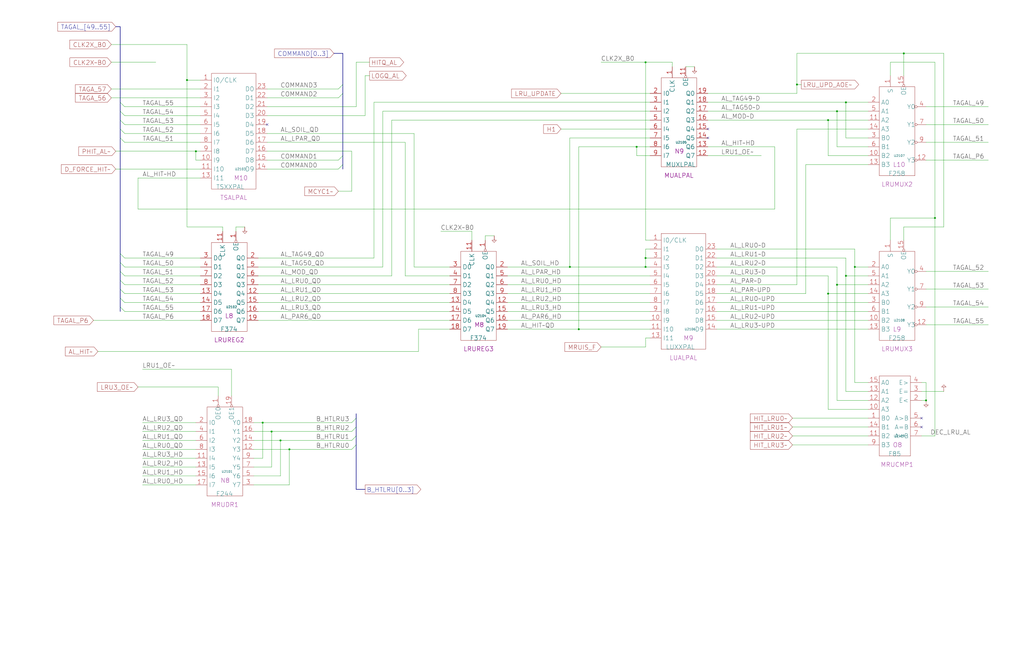
<source format=kicad_sch>
(kicad_sch (version 20230121) (generator eeschema)
  (paper "User" 584.2 378.46)
  (title_block (title "LRU LOGIC\\nPLANE A_LATE") (date "08-MAR-90") (rev "0.0") (comment 1 "MEM32 BOARD") (comment 2 "232-003066") (comment 3 "S400") (comment 4 "RELEASED"))
  (lib_symbols
    (symbol "r1000:F244" (pin_names (offset 1.016))
      (property "Reference" "U" (at 2.54 5.08 0))
      (property "Value" "F244" (at -3.81 -7.62 0))
      (property "Location" "___" (at -1.27 0 0))
      (property "Name" "______" (at 1.27 -15.24 0))
      (symbol "F244_1_1"
        (rectangle (start -8.89 41.91) (end 11.43 -8.89))
        (circle (center -2.54 42.545) (radius 0.635))
        (circle (center 5.08 42.545) (radius 0.635))
        (pin input line (at -2.54 48.26 270) (length 5.08) (name "OE0") (number "1"))
        (pin input line (at -15.24 12.7 0) (length 6.35) (name "I4") (number "11"))
        (pin tri_state line (at 17.78 17.78 180) (length 6.35) (name "Y3") (number "12"))
        (pin input line (at -15.24 7.62 0) (length 6.35) (name "I5") (number "13"))
        (pin tri_state line (at 17.78 22.86 180) (length 6.35) (name "Y2") (number "14"))
        (pin input line (at -15.24 2.54 0) (length 6.35) (name "I6") (number "15"))
        (pin tri_state line (at 17.78 27.94 180) (length 6.35) (name "Y1") (number "16"))
        (pin input line (at -15.24 -2.54 0) (length 6.35) (name "I7") (number "17"))
        (pin tri_state line (at 17.78 33.02 180) (length 6.35) (name "Y0") (number "18"))
        (pin input line (at 5.08 48.26 270) (length 5.08) (name "OE1") (number "19"))
        (pin input line (at -15.24 33.02 0) (length 6.35) (name "I0") (number "2"))
        (pin tri_state line (at 17.78 -2.54 180) (length 6.35) (name "Y7") (number "3"))
        (pin input line (at -15.24 27.94 0) (length 6.35) (name "I1") (number "4"))
        (pin tri_state line (at 17.78 2.54 180) (length 6.35) (name "Y6") (number "5"))
        (pin input line (at -15.24 22.86 0) (length 6.35) (name "I2") (number "6"))
        (pin tri_state line (at 17.78 7.62 180) (length 6.35) (name "Y5") (number "7"))
        (pin input line (at -15.24 17.78 0) (length 6.35) (name "I3") (number "8"))
        (pin tri_state line (at 17.78 12.7 180) (length 6.35) (name "Y4") (number "9"))
      )
    )
    (symbol "r1000:F258" (pin_names (offset 1.016))
      (property "Reference" "U" (at 2.54 5.08 0))
      (property "Value" "F258" (at -3.81 -5.08 0))
      (property "Location" "___" (at -1.27 0 0))
      (property "Name" "______" (at 1.27 -12.7 0))
      (symbol "F258_1_1"
        (rectangle (start -8.89 44.45) (end 11.43 -6.35))
        (circle (center 5.08 45.085) (radius 0.635))
        (circle (center 12.065 2.54) (radius 0.635))
        (circle (center 12.065 12.7) (radius 0.635))
        (circle (center 12.065 22.86) (radius 0.635))
        (circle (center 12.065 33.02) (radius 0.635))
        (pin input line (at -2.54 50.8 270) (length 6.35) (name "S") (number "1"))
        (pin input line (at -15.24 5.08 0) (length 6.35) (name "B2") (number "10"))
        (pin input line (at -15.24 25.4 0) (length 6.35) (name "A2") (number "11"))
        (pin tri_state line (at 17.78 2.54 180) (length 5.08) (name "Y3") (number "12"))
        (pin input line (at -15.24 0 0) (length 6.35) (name "B3") (number "13"))
        (pin input line (at -15.24 20.32 0) (length 6.35) (name "A3") (number "14"))
        (pin input line (at 5.08 50.8 270) (length 5.08) (name "OE") (number "15"))
        (pin input line (at -15.24 35.56 0) (length 6.35) (name "A0") (number "2"))
        (pin input line (at -15.24 15.24 0) (length 6.35) (name "B0") (number "3"))
        (pin tri_state line (at 17.78 33.02 180) (length 5.08) (name "Y0") (number "4"))
        (pin input line (at -15.24 30.48 0) (length 6.35) (name "A1") (number "5"))
        (pin input line (at -15.24 10.16 0) (length 6.35) (name "B1") (number "6"))
        (pin tri_state line (at 17.78 22.86 180) (length 5.08) (name "Y1") (number "7"))
        (pin tri_state line (at 17.78 12.7 180) (length 5.08) (name "Y2") (number "9"))
      )
    )
    (symbol "r1000:F374" (pin_names (offset 1.016))
      (property "Reference" "U" (at 2.54 5.08 0))
      (property "Value" "F374" (at -3.81 -7.62 0))
      (property "Location" "___" (at -1.27 0 0))
      (property "Name" "______" (at 1.27 -15.24 0))
      (symbol "F374_1_1"
        (rectangle (start -8.89 41.91) (end 11.43 -8.89))
        (circle (center 5.08 42.545) (radius 0.635))
        (pin input line (at 5.08 48.26 270) (length 5.08) (name "OE") (number "1"))
        (pin input line (at -2.54 48.26 270) (length 6.35) (name "CLK") (number "11"))
        (pin tri_state line (at 17.78 12.7 180) (length 6.35) (name "Q4") (number "12"))
        (pin input line (at -15.24 12.7 0) (length 6.35) (name "D4") (number "13"))
        (pin input line (at -15.24 7.62 0) (length 6.35) (name "D5") (number "14"))
        (pin tri_state line (at 17.78 7.62 180) (length 6.35) (name "Q5") (number "15"))
        (pin tri_state line (at 17.78 2.54 180) (length 6.35) (name "Q6") (number "16"))
        (pin input line (at -15.24 2.54 0) (length 6.35) (name "D6") (number "17"))
        (pin input line (at -15.24 -2.54 0) (length 6.35) (name "D7") (number "18"))
        (pin tri_state line (at 17.78 -2.54 180) (length 6.35) (name "Q7") (number "19"))
        (pin tri_state line (at 17.78 33.02 180) (length 6.35) (name "Q0") (number "2"))
        (pin input line (at -15.24 33.02 0) (length 6.35) (name "D0") (number "3"))
        (pin input line (at -15.24 27.94 0) (length 6.35) (name "D1") (number "4"))
        (pin tri_state line (at 17.78 27.94 180) (length 6.35) (name "Q1") (number "5"))
        (pin tri_state line (at 17.78 22.86 180) (length 6.35) (name "Q2") (number "6"))
        (pin input line (at -15.24 22.86 0) (length 6.35) (name "D2") (number "7"))
        (pin input line (at -15.24 17.78 0) (length 6.35) (name "D3") (number "8"))
        (pin tri_state line (at 17.78 17.78 180) (length 6.35) (name "Q3") (number "9"))
      )
    )
    (symbol "r1000:F85" (pin_names (offset 1.016))
      (property "Reference" "U" (at 2.54 5.08 0))
      (property "Value" "F85" (at -3.81 -5.08 0))
      (property "Location" "___" (at -1.27 0 0))
      (property "Name" "______" (at 1.27 -12.7 0))
      (symbol "F85_1_1"
        (rectangle (start -8.89 39.37) (end 8.89 -6.35))
        (pin input line (at -15.24 15.24 0) (length 6.35) (name "B0") (number "1"))
        (pin input line (at -15.24 20.32 0) (length 6.35) (name "A3") (number "10"))
        (pin input line (at -15.24 5.08 0) (length 6.35) (name "B2") (number "11"))
        (pin input line (at -15.24 25.4 0) (length 6.35) (name "A2") (number "12"))
        (pin input line (at -15.24 30.48 0) (length 6.35) (name "A1") (number "13"))
        (pin input line (at -15.24 10.16 0) (length 6.35) (name "B1") (number "14"))
        (pin input line (at -15.24 35.56 0) (length 6.35) (name "A0") (number "15"))
        (pin input line (at 15.24 25.4 180) (length 6.35) (name "E<") (number "2"))
        (pin input line (at 15.24 30.48 180) (length 6.35) (name "E=") (number "3"))
        (pin input line (at 15.24 35.56 180) (length 6.35) (name "E>") (number "4"))
        (pin output line (at 15.24 15.24 180) (length 6.35) (name "A>B") (number "5"))
        (pin output line (at 15.24 10.16 180) (length 6.35) (name "A=B") (number "6"))
        (pin output line (at 15.24 5.08 180) (length 6.35) (name "A<B") (number "7"))
        (pin input line (at -15.24 0 0) (length 6.35) (name "B3") (number "9"))
      )
    )
    (symbol "r1000:LUXXPAL" (pin_names (offset 1.016))
      (property "Reference" "U" (at 2.54 5.08 0))
      (property "Value" "LUXXPAL" (at -11.43 -5.08 0))
      (property "Location" "___" (at -1.27 0 0))
      (property "Name" "______" (at -1.27 -12.7 0))
      (symbol "LUXXPAL_1_1"
        (rectangle (start -13.97 59.69) (end 11.43 -6.35))
        (pin input line (at -20.32 55.88 0) (length 6.35) (name "I0/CLK") (number "1"))
        (pin input line (at -20.32 10.16 0) (length 6.35) (name "I9") (number "10"))
        (pin input line (at -20.32 5.08 0) (length 6.35) (name "I10") (number "11"))
        (pin input line (at -20.32 0 0) (length 6.35) (name "I11") (number "13"))
        (pin output line (at 17.78 5.08 180) (length 6.35) (name "D9") (number "14"))
        (pin output line (at 17.78 10.16 180) (length 6.35) (name "D8") (number "15"))
        (pin output line (at 17.78 15.24 180) (length 6.35) (name "D7") (number "16"))
        (pin output line (at 17.78 20.32 180) (length 6.35) (name "D6") (number "17"))
        (pin output line (at 17.78 25.4 180) (length 6.35) (name "D5") (number "18"))
        (pin output line (at 17.78 30.48 180) (length 6.35) (name "D4") (number "19"))
        (pin input line (at -20.32 50.8 0) (length 6.35) (name "I1") (number "2"))
        (pin output line (at 17.78 35.56 180) (length 6.35) (name "D3") (number "20"))
        (pin output line (at 17.78 40.64 180) (length 6.35) (name "D2") (number "21"))
        (pin output line (at 17.78 45.72 180) (length 6.35) (name "D1") (number "22"))
        (pin output line (at 17.78 50.8 180) (length 6.35) (name "D0") (number "23"))
        (pin input line (at -20.32 45.72 0) (length 6.35) (name "I2") (number "3"))
        (pin input line (at -20.32 40.64 0) (length 6.35) (name "I3") (number "4"))
        (pin input line (at -20.32 35.56 0) (length 6.35) (name "I4") (number "5"))
        (pin input line (at -20.32 30.48 0) (length 6.35) (name "I5") (number "6"))
        (pin input line (at -20.32 25.4 0) (length 6.35) (name "I6") (number "7"))
        (pin input line (at -20.32 20.32 0) (length 6.35) (name "I7") (number "8"))
        (pin input line (at -20.32 15.24 0) (length 6.35) (name "I8") (number "9"))
      )
    )
    (symbol "r1000:MUXLPAL" (pin_names (offset 1.016))
      (property "Reference" "U" (at 2.54 5.08 0))
      (property "Value" "MUXLPAL" (at -6.35 -7.62 0))
      (property "Location" "___" (at -1.27 0 0))
      (property "Name" "______" (at 1.27 -15.24 0))
      (symbol "MUXLPAL_1_1"
        (rectangle (start -8.89 41.91) (end 11.43 -8.89))
        (circle (center 5.08 42.545) (radius 0.635))
        (pin input line (at -2.54 48.26 270) (length 6.35) (name "CLK") (number "1"))
        (pin input line (at 5.08 48.26 270) (length 5.08) (name "OE") (number "11"))
        (pin output line (at 17.78 -2.54 180) (length 6.35) (name "Q7") (number "12"))
        (pin output line (at 17.78 2.54 180) (length 6.35) (name "Q6") (number "13"))
        (pin output line (at 17.78 7.62 180) (length 6.35) (name "Q5") (number "14"))
        (pin output line (at 17.78 12.7 180) (length 6.35) (name "Q4") (number "15"))
        (pin output line (at 17.78 17.78 180) (length 6.35) (name "Q3") (number "16"))
        (pin output line (at 17.78 22.86 180) (length 6.35) (name "Q2") (number "17"))
        (pin output line (at 17.78 27.94 180) (length 6.35) (name "Q1") (number "18"))
        (pin output line (at 17.78 33.02 180) (length 6.35) (name "Q0") (number "19"))
        (pin input line (at -15.24 33.02 0) (length 6.35) (name "I0") (number "2"))
        (pin input line (at -15.24 27.94 0) (length 6.35) (name "I1") (number "3"))
        (pin input line (at -15.24 22.86 0) (length 6.35) (name "I2") (number "4"))
        (pin input line (at -15.24 17.78 0) (length 6.35) (name "I3") (number "5"))
        (pin input line (at -15.24 12.7 0) (length 6.35) (name "I4") (number "6"))
        (pin input line (at -15.24 7.62 0) (length 6.35) (name "I5") (number "7"))
        (pin input line (at -15.24 2.54 0) (length 6.35) (name "I6") (number "8"))
        (pin input line (at -15.24 -2.54 0) (length 6.35) (name "I7") (number "9"))
      )
    )
    (symbol "r1000:PD" (power) (pin_numbers hide) (pin_names hide) (in_bom no)
      (symbol "PD_0_1"
        (polyline (pts (xy 0 -2.54) (xy 1.27 -2.54) (xy 0 -3.81) (xy -1.27 -2.54) (xy 0 -2.54)) (stroke (width 0.1524)))
      )
      (symbol "PD_1_1"
        (pin power_in line (at 0 0 270) (length 2.54) (name "PD") (number "1"))
      )
    )
    (symbol "r1000:PU" (power) (pin_numbers hide) (pin_names hide)
      (symbol "PU_0_1"
        (polyline (pts (xy 0 2.54) (xy -1.27 2.54) (xy 0 3.81) (xy 1.27 2.54) (xy 0 2.54)) (stroke (width 0.1524)))
      )
      (symbol "PU_1_1"
        (pin power_in line (at 0 0 90) (length 2.54) (name "PU") (number "1"))
      )
    )
    (symbol "r1000:TSXXPAL" (pin_names (offset 1.016))
      (property "Reference" "U" (at 2.54 5.08 0))
      (property "Value" "TSXXPAL" (at -11.43 -5.08 0))
      (property "Location" "___" (at -1.27 0 0))
      (property "Name" "______" (at -1.27 -12.7 0))
      (symbol "TSXXPAL_1_1"
        (rectangle (start -13.97 59.69) (end 11.43 -6.35))
        (pin input line (at -20.32 55.88 0) (length 6.35) (name "I0/CLK") (number "1"))
        (pin input line (at -20.32 10.16 0) (length 6.35) (name "I9") (number "10"))
        (pin input line (at -20.32 5.08 0) (length 6.35) (name "I10") (number "11"))
        (pin input line (at -20.32 0 0) (length 6.35) (name "I11") (number "13"))
        (pin input line (at 17.78 5.08 180) (length 6.35) (name "D9") (number "14"))
        (pin input line (at 17.78 10.16 180) (length 6.35) (name "D8") (number "15"))
        (pin input line (at 17.78 15.24 180) (length 6.35) (name "D7") (number "16"))
        (pin output line (at 17.78 20.32 180) (length 6.35) (name "D6") (number "17"))
        (pin output line (at 17.78 25.4 180) (length 6.35) (name "D5") (number "18"))
        (pin output line (at 17.78 30.48 180) (length 6.35) (name "D4") (number "19"))
        (pin input line (at -20.32 50.8 0) (length 6.35) (name "I1") (number "2"))
        (pin output line (at 17.78 35.56 180) (length 6.35) (name "D3") (number "20"))
        (pin output line (at 17.78 40.64 180) (length 6.35) (name "D2") (number "21"))
        (pin input line (at 17.78 45.72 180) (length 6.35) (name "D1") (number "22"))
        (pin input line (at 17.78 50.8 180) (length 6.35) (name "D0") (number "23"))
        (pin input line (at -20.32 45.72 0) (length 6.35) (name "I2") (number "3"))
        (pin input line (at -20.32 40.64 0) (length 6.35) (name "I3") (number "4"))
        (pin input line (at -20.32 35.56 0) (length 6.35) (name "I4") (number "5"))
        (pin input line (at -20.32 30.48 0) (length 6.35) (name "I5") (number "6"))
        (pin input line (at -20.32 25.4 0) (length 6.35) (name "I6") (number "7"))
        (pin input line (at -20.32 20.32 0) (length 6.35) (name "I7") (number "8"))
        (pin input line (at -20.32 15.24 0) (length 6.35) (name "I8") (number "9"))
      )
    )
  )
  (junction (at 154.94 246.38))
  (junction (at 477.52 162.56))
  (junction (at 515.62 30.48))
  (junction (at 368.3 35.56))
  (junction (at 111.76 86.36))
  (junction (at 454.66 48.26))
  (junction (at 487.68 152.4))
  (junction (at 482.6 58.42))
  (junction (at 368.3 147.32))
  (junction (at 330.2 187.96))
  (junction (at 533.4 124.46))
  (junction (at 106.68 45.72))
  (junction (at 472.44 68.58))
  (junction (at 325.12 152.4))
  (junction (at 149.86 241.3))
  (junction (at 160.02 251.46))
  (junction (at 368.3 152.4))
  (junction (at 482.6 157.48))
  (junction (at 528.32 228.6))
  (junction (at 477.52 63.5))
  (junction (at 363.22 83.82))
  (junction (at 165.1 256.54))
  (junction (at 472.44 167.64))
  (no_connect (at 403.86 78.74))
  (no_connect (at 525.78 243.84))
  (no_connect (at 152.4 71.12))
  (no_connect (at 403.86 73.66))
  (no_connect (at 525.78 238.76))
  (bus_entry (at 68.58 78.74) (size 2.54 2.54))
  (bus_entry (at 68.58 63.5) (size 2.54 2.54))
  (bus_entry (at 203.2 243.84) (size -2.54 2.54))
  (bus_entry (at 68.58 68.58) (size 2.54 2.54))
  (bus_entry (at 203.2 238.76) (size -2.54 2.54))
  (bus_entry (at 195.58 88.9) (size -2.54 2.54))
  (bus_entry (at 195.58 93.98) (size -2.54 2.54))
  (bus_entry (at 68.58 165.1) (size 2.54 2.54))
  (bus_entry (at 68.58 73.66) (size 2.54 2.54))
  (bus_entry (at 68.58 144.78) (size 2.54 2.54))
  (bus_entry (at 195.58 48.26) (size -2.54 2.54))
  (bus_entry (at 203.2 248.92) (size -2.54 2.54))
  (bus_entry (at 203.2 254) (size -2.54 2.54))
  (bus_entry (at 68.58 160.02) (size 2.54 2.54))
  (bus_entry (at 68.58 154.94) (size 2.54 2.54))
  (bus_entry (at 68.58 149.86) (size 2.54 2.54))
  (bus_entry (at 68.58 58.42) (size 2.54 2.54))
  (bus_entry (at 195.58 53.34) (size -2.54 2.54))
  (bus_entry (at 68.58 170.18) (size 2.54 2.54))
  (bus_entry (at 68.58 175.26) (size 2.54 2.54))
  (wire (pts (xy 368.3 147.32) (xy 370.84 147.32)))
  (wire (pts (xy 71.12 60.96) (xy 114.3 60.96)))
  (wire (pts (xy 193.04 109.22) (xy 200.66 109.22)))
  (bus (pts (xy 68.58 170.18) (xy 68.58 175.26)))
  (wire (pts (xy 528.32 91.44) (xy 563.88 91.44)))
  (bus (pts (xy 203.2 248.92) (xy 203.2 254)))
  (wire (pts (xy 147.32 182.88) (xy 256.54 182.88)))
  (wire (pts (xy 165.1 256.54) (xy 165.1 276.86)))
  (bus (pts (xy 195.58 53.34) (xy 195.58 88.9)))
  (wire (pts (xy 472.44 88.9) (xy 472.44 68.58)))
  (wire (pts (xy 495.3 228.6) (xy 477.52 228.6)))
  (wire (pts (xy 81.28 256.54) (xy 111.76 256.54)))
  (wire (pts (xy 218.44 152.4) (xy 218.44 63.5)))
  (wire (pts (xy 495.3 73.66) (xy 454.66 73.66)))
  (wire (pts (xy 408.94 147.32) (xy 482.6 147.32)))
  (wire (pts (xy 368.3 137.16) (xy 368.3 35.56)))
  (wire (pts (xy 441.96 83.82) (xy 441.96 119.38)))
  (wire (pts (xy 71.12 162.56) (xy 114.3 162.56)))
  (wire (pts (xy 495.3 83.82) (xy 477.52 83.82)))
  (wire (pts (xy 213.36 147.32) (xy 147.32 147.32)))
  (wire (pts (xy 525.78 218.44) (xy 528.32 218.44)))
  (bus (pts (xy 68.58 175.26) (xy 68.58 177.8)))
  (bus (pts (xy 203.2 238.76) (xy 203.2 243.84)))
  (wire (pts (xy 508 124.46) (xy 533.4 124.46)))
  (bus (pts (xy 203.2 254) (xy 203.2 279.4)))
  (wire (pts (xy 289.56 177.8) (xy 370.84 177.8)))
  (wire (pts (xy 482.6 157.48) (xy 495.3 157.48)))
  (wire (pts (xy 144.78 256.54) (xy 165.1 256.54)))
  (wire (pts (xy 63.5 35.56) (xy 88.9 35.56)))
  (wire (pts (xy 149.86 261.62) (xy 149.86 241.3)))
  (wire (pts (xy 363.22 83.82) (xy 370.84 83.82)))
  (wire (pts (xy 403.86 83.82) (xy 441.96 83.82)))
  (wire (pts (xy 213.36 58.42) (xy 213.36 147.32)))
  (wire (pts (xy 231.14 157.48) (xy 231.14 81.28)))
  (wire (pts (xy 459.74 167.64) (xy 459.74 93.98)))
  (wire (pts (xy 370.84 88.9) (xy 363.22 88.9)))
  (bus (pts (xy 68.58 73.66) (xy 68.58 78.74)))
  (wire (pts (xy 71.12 157.48) (xy 114.3 157.48)))
  (wire (pts (xy 525.78 228.6) (xy 528.32 228.6)))
  (wire (pts (xy 533.4 124.46) (xy 533.4 35.56)))
  (wire (pts (xy 408.94 177.8) (xy 495.3 177.8)))
  (wire (pts (xy 454.66 48.26) (xy 457.2 48.26)))
  (wire (pts (xy 477.52 152.4) (xy 408.94 152.4)))
  (wire (pts (xy 71.12 167.64) (xy 114.3 167.64)))
  (wire (pts (xy 459.74 93.98) (xy 495.3 93.98)))
  (wire (pts (xy 71.12 172.72) (xy 114.3 172.72)))
  (wire (pts (xy 66.04 86.36) (xy 111.76 86.36)))
  (wire (pts (xy 63.5 25.4) (xy 106.68 25.4)))
  (wire (pts (xy 515.62 30.48) (xy 538.48 30.48)))
  (wire (pts (xy 320.04 73.66) (xy 370.84 73.66)))
  (wire (pts (xy 525.78 248.92) (xy 533.4 248.92)))
  (bus (pts (xy 68.58 15.24) (xy 68.58 58.42)))
  (wire (pts (xy 231.14 81.28) (xy 152.4 81.28)))
  (wire (pts (xy 330.2 187.96) (xy 370.84 187.96)))
  (wire (pts (xy 147.32 152.4) (xy 218.44 152.4)))
  (bus (pts (xy 195.58 88.9) (xy 195.58 93.98)))
  (bus (pts (xy 190.5 30.48) (xy 195.58 30.48)))
  (bus (pts (xy 68.58 149.86) (xy 68.58 154.94)))
  (wire (pts (xy 477.52 228.6) (xy 477.52 162.56)))
  (wire (pts (xy 528.32 185.42) (xy 563.88 185.42)))
  (wire (pts (xy 452.12 238.76) (xy 495.3 238.76)))
  (wire (pts (xy 152.4 55.88) (xy 193.04 55.88)))
  (wire (pts (xy 487.68 142.24) (xy 408.94 142.24)))
  (wire (pts (xy 325.12 78.74) (xy 370.84 78.74)))
  (wire (pts (xy 320.04 53.34) (xy 370.84 53.34)))
  (wire (pts (xy 289.56 162.56) (xy 370.84 162.56)))
  (wire (pts (xy 528.32 71.12) (xy 563.88 71.12)))
  (wire (pts (xy 78.74 119.38) (xy 441.96 119.38)))
  (wire (pts (xy 363.22 88.9) (xy 363.22 83.82)))
  (wire (pts (xy 165.1 256.54) (xy 200.66 256.54)))
  (wire (pts (xy 203.2 35.56) (xy 210.82 35.56)))
  (wire (pts (xy 269.24 132.08) (xy 269.24 137.16)))
  (wire (pts (xy 66.04 96.52) (xy 114.3 96.52)))
  (wire (pts (xy 78.74 101.6) (xy 78.74 119.38)))
  (wire (pts (xy 236.22 152.4) (xy 256.54 152.4)))
  (wire (pts (xy 152.4 50.8) (xy 193.04 50.8)))
  (wire (pts (xy 289.56 172.72) (xy 370.84 172.72)))
  (wire (pts (xy 482.6 78.74) (xy 482.6 58.42)))
  (bus (pts (xy 195.58 48.26) (xy 195.58 53.34)))
  (wire (pts (xy 238.76 187.96) (xy 256.54 187.96)))
  (wire (pts (xy 368.3 198.12) (xy 368.3 193.04)))
  (wire (pts (xy 106.68 45.72) (xy 114.3 45.72)))
  (wire (pts (xy 342.9 35.56) (xy 368.3 35.56)))
  (wire (pts (xy 289.56 187.96) (xy 330.2 187.96)))
  (wire (pts (xy 238.76 200.66) (xy 238.76 187.96)))
  (wire (pts (xy 454.66 30.48) (xy 515.62 30.48)))
  (wire (pts (xy 528.32 165.1) (xy 563.88 165.1)))
  (wire (pts (xy 147.32 162.56) (xy 256.54 162.56)))
  (wire (pts (xy 538.48 30.48) (xy 538.48 129.54)))
  (wire (pts (xy 200.66 86.36) (xy 152.4 86.36)))
  (wire (pts (xy 472.44 167.64) (xy 472.44 233.68)))
  (wire (pts (xy 152.4 76.2) (xy 236.22 76.2)))
  (wire (pts (xy 391.16 38.1) (xy 396.24 38.1)))
  (wire (pts (xy 208.28 66.04) (xy 208.28 43.18)))
  (wire (pts (xy 528.32 175.26) (xy 563.88 175.26)))
  (wire (pts (xy 408.94 157.48) (xy 472.44 157.48)))
  (wire (pts (xy 144.78 261.62) (xy 149.86 261.62)))
  (wire (pts (xy 81.28 241.3) (xy 111.76 241.3)))
  (wire (pts (xy 403.86 68.58) (xy 472.44 68.58)))
  (wire (pts (xy 111.76 86.36) (xy 114.3 86.36)))
  (wire (pts (xy 370.84 68.58) (xy 223.52 68.58)))
  (wire (pts (xy 487.68 152.4) (xy 495.3 152.4)))
  (wire (pts (xy 71.12 81.28) (xy 114.3 81.28)))
  (wire (pts (xy 106.68 129.54) (xy 127 129.54)))
  (wire (pts (xy 368.3 152.4) (xy 370.84 152.4)))
  (wire (pts (xy 482.6 58.42) (xy 495.3 58.42)))
  (wire (pts (xy 152.4 60.96) (xy 203.2 60.96)))
  (wire (pts (xy 124.46 220.98) (xy 124.46 226.06)))
  (wire (pts (xy 111.76 91.44) (xy 111.76 86.36)))
  (wire (pts (xy 203.2 60.96) (xy 203.2 35.56)))
  (wire (pts (xy 144.78 251.46) (xy 160.02 251.46)))
  (wire (pts (xy 495.3 88.9) (xy 472.44 88.9)))
  (wire (pts (xy 482.6 147.32) (xy 482.6 157.48)))
  (bus (pts (xy 68.58 78.74) (xy 68.58 144.78)))
  (wire (pts (xy 515.62 129.54) (xy 515.62 137.16)))
  (wire (pts (xy 370.84 142.24) (xy 368.3 142.24)))
  (wire (pts (xy 533.4 124.46) (xy 533.4 248.92)))
  (wire (pts (xy 477.52 162.56) (xy 477.52 152.4)))
  (wire (pts (xy 538.48 129.54) (xy 515.62 129.54)))
  (wire (pts (xy 281.94 134.62) (xy 276.86 134.62)))
  (wire (pts (xy 528.32 81.28) (xy 563.88 81.28)))
  (wire (pts (xy 63.5 50.8) (xy 114.3 50.8)))
  (wire (pts (xy 289.56 167.64) (xy 370.84 167.64)))
  (wire (pts (xy 127 129.54) (xy 127 132.08)))
  (wire (pts (xy 152.4 96.52) (xy 193.04 96.52)))
  (wire (pts (xy 106.68 45.72) (xy 106.68 129.54)))
  (wire (pts (xy 472.44 157.48) (xy 472.44 167.64)))
  (wire (pts (xy 370.84 58.42) (xy 213.36 58.42)))
  (wire (pts (xy 144.78 241.3) (xy 149.86 241.3)))
  (wire (pts (xy 452.12 243.84) (xy 495.3 243.84)))
  (wire (pts (xy 454.66 53.34) (xy 454.66 48.26)))
  (wire (pts (xy 223.52 68.58) (xy 223.52 157.48)))
  (wire (pts (xy 71.12 66.04) (xy 114.3 66.04)))
  (wire (pts (xy 144.78 246.38) (xy 154.94 246.38)))
  (wire (pts (xy 525.78 223.52) (xy 538.48 223.52)))
  (wire (pts (xy 370.84 137.16) (xy 368.3 137.16)))
  (wire (pts (xy 528.32 218.44) (xy 528.32 228.6)))
  (wire (pts (xy 508 35.56) (xy 508 43.18)))
  (wire (pts (xy 81.28 261.62) (xy 111.76 261.62)))
  (wire (pts (xy 251.46 132.08) (xy 269.24 132.08)))
  (wire (pts (xy 495.3 218.44) (xy 487.68 218.44)))
  (wire (pts (xy 454.66 73.66) (xy 454.66 162.56)))
  (wire (pts (xy 81.28 266.7) (xy 111.76 266.7)))
  (wire (pts (xy 63.5 55.88) (xy 114.3 55.88)))
  (bus (pts (xy 68.58 160.02) (xy 68.58 165.1)))
  (wire (pts (xy 200.66 109.22) (xy 200.66 86.36)))
  (bus (pts (xy 68.58 154.94) (xy 68.58 160.02)))
  (wire (pts (xy 81.28 276.86) (xy 111.76 276.86)))
  (wire (pts (xy 114.3 91.44) (xy 111.76 91.44)))
  (wire (pts (xy 160.02 271.78) (xy 160.02 251.46)))
  (wire (pts (xy 154.94 246.38) (xy 154.94 266.7)))
  (wire (pts (xy 482.6 223.52) (xy 495.3 223.52)))
  (bus (pts (xy 203.2 279.4) (xy 208.28 279.4)))
  (wire (pts (xy 403.86 58.42) (xy 482.6 58.42)))
  (wire (pts (xy 454.66 162.56) (xy 408.94 162.56)))
  (wire (pts (xy 342.9 198.12) (xy 368.3 198.12)))
  (wire (pts (xy 276.86 134.62) (xy 276.86 137.16)))
  (wire (pts (xy 132.08 210.82) (xy 132.08 226.06)))
  (wire (pts (xy 472.44 167.64) (xy 495.3 167.64)))
  (wire (pts (xy 81.28 246.38) (xy 111.76 246.38)))
  (wire (pts (xy 152.4 91.44) (xy 193.04 91.44)))
  (wire (pts (xy 528.32 60.96) (xy 563.88 60.96)))
  (wire (pts (xy 477.52 63.5) (xy 495.3 63.5)))
  (wire (pts (xy 408.94 187.96) (xy 495.3 187.96)))
  (wire (pts (xy 147.32 167.64) (xy 256.54 167.64)))
  (wire (pts (xy 55.88 200.66) (xy 238.76 200.66)))
  (wire (pts (xy 149.86 241.3) (xy 200.66 241.3)))
  (wire (pts (xy 452.12 248.92) (xy 495.3 248.92)))
  (bus (pts (xy 68.58 144.78) (xy 68.58 149.86)))
  (bus (pts (xy 68.58 58.42) (xy 68.58 63.5)))
  (wire (pts (xy 528.32 154.94) (xy 563.88 154.94)))
  (bus (pts (xy 203.2 236.22) (xy 203.2 238.76)))
  (wire (pts (xy 71.12 147.32) (xy 114.3 147.32)))
  (wire (pts (xy 81.28 271.78) (xy 111.76 271.78)))
  (wire (pts (xy 452.12 254) (xy 495.3 254)))
  (wire (pts (xy 408.94 182.88) (xy 495.3 182.88)))
  (wire (pts (xy 477.52 162.56) (xy 495.3 162.56)))
  (wire (pts (xy 223.52 157.48) (xy 147.32 157.48)))
  (wire (pts (xy 289.56 182.88) (xy 370.84 182.88)))
  (wire (pts (xy 330.2 83.82) (xy 363.22 83.82)))
  (wire (pts (xy 147.32 177.8) (xy 256.54 177.8)))
  (wire (pts (xy 81.28 210.82) (xy 132.08 210.82)))
  (wire (pts (xy 154.94 246.38) (xy 200.66 246.38)))
  (wire (pts (xy 403.86 88.9) (xy 434.34 88.9)))
  (wire (pts (xy 325.12 78.74) (xy 325.12 152.4)))
  (wire (pts (xy 368.3 142.24) (xy 368.3 147.32)))
  (bus (pts (xy 195.58 93.98) (xy 195.58 96.52)))
  (wire (pts (xy 472.44 233.68) (xy 495.3 233.68)))
  (wire (pts (xy 533.4 35.56) (xy 508 35.56)))
  (wire (pts (xy 454.66 48.26) (xy 454.66 30.48)))
  (wire (pts (xy 289.56 157.48) (xy 370.84 157.48)))
  (wire (pts (xy 71.12 152.4) (xy 114.3 152.4)))
  (wire (pts (xy 256.54 157.48) (xy 231.14 157.48)))
  (wire (pts (xy 325.12 152.4) (xy 368.3 152.4)))
  (wire (pts (xy 139.7 129.54) (xy 134.62 129.54)))
  (wire (pts (xy 114.3 101.6) (xy 78.74 101.6)))
  (wire (pts (xy 495.3 78.74) (xy 482.6 78.74)))
  (wire (pts (xy 383.54 35.56) (xy 383.54 38.1)))
  (wire (pts (xy 368.3 193.04) (xy 370.84 193.04)))
  (bus (pts (xy 68.58 63.5) (xy 68.58 68.58)))
  (wire (pts (xy 106.68 25.4) (xy 106.68 45.72)))
  (wire (pts (xy 368.3 35.56) (xy 383.54 35.56)))
  (wire (pts (xy 408.94 167.64) (xy 459.74 167.64)))
  (wire (pts (xy 289.56 152.4) (xy 325.12 152.4)))
  (wire (pts (xy 487.68 218.44) (xy 487.68 152.4)))
  (wire (pts (xy 403.86 63.5) (xy 477.52 63.5)))
  (wire (pts (xy 482.6 157.48) (xy 482.6 223.52)))
  (wire (pts (xy 152.4 66.04) (xy 208.28 66.04)))
  (wire (pts (xy 236.22 76.2) (xy 236.22 152.4)))
  (wire (pts (xy 218.44 63.5) (xy 370.84 63.5)))
  (wire (pts (xy 165.1 276.86) (xy 144.78 276.86)))
  (bus (pts (xy 68.58 68.58) (xy 68.58 73.66)))
  (bus (pts (xy 203.2 243.84) (xy 203.2 248.92)))
  (wire (pts (xy 477.52 83.82) (xy 477.52 63.5)))
  (wire (pts (xy 154.94 266.7) (xy 144.78 266.7)))
  (wire (pts (xy 71.12 177.8) (xy 114.3 177.8)))
  (wire (pts (xy 330.2 187.96) (xy 330.2 83.82)))
  (wire (pts (xy 408.94 172.72) (xy 495.3 172.72)))
  (bus (pts (xy 195.58 30.48) (xy 195.58 48.26)))
  (wire (pts (xy 53.34 182.88) (xy 114.3 182.88)))
  (wire (pts (xy 144.78 271.78) (xy 160.02 271.78)))
  (wire (pts (xy 71.12 76.2) (xy 114.3 76.2)))
  (wire (pts (xy 515.62 30.48) (xy 515.62 43.18)))
  (wire (pts (xy 71.12 71.12) (xy 114.3 71.12)))
  (wire (pts (xy 487.68 152.4) (xy 487.68 142.24)))
  (wire (pts (xy 403.86 53.34) (xy 454.66 53.34)))
  (wire (pts (xy 81.28 251.46) (xy 111.76 251.46)))
  (wire (pts (xy 368.3 147.32) (xy 368.3 152.4)))
  (bus (pts (xy 66.04 15.24) (xy 68.58 15.24)))
  (wire (pts (xy 508 137.16) (xy 508 124.46)))
  (wire (pts (xy 160.02 251.46) (xy 200.66 251.46)))
  (wire (pts (xy 147.32 172.72) (xy 256.54 172.72)))
  (bus (pts (xy 68.58 165.1) (xy 68.58 170.18)))
  (wire (pts (xy 208.28 43.18) (xy 210.82 43.18)))
  (wire (pts (xy 134.62 129.54) (xy 134.62 132.08)))
  (wire (pts (xy 78.74 220.98) (xy 124.46 220.98)))
  (wire (pts (xy 472.44 68.58) (xy 495.3 68.58)))
  (label "TAGAL_51" (at 543.56 81.28 0) (effects (font (size 2.54 2.54))))
  (label "AL_LRU0_QD" (at 160.02 162.56 0) (effects (font (size 2.54 2.54))))
  (label "AL_MOD_QD" (at 160.02 157.48 0) (effects (font (size 2.54 2.54))))
  (label "DEC_LRU_AL" (at 530.86 248.92 0) (effects (font (size 2.54 2.54))))
  (label "B_HTLRU3" (at 180.34 241.3 0) (effects (font (size 2.54 2.54))))
  (label "COMMAND2" (at 160.02 55.88 0) (effects (font (size 2.54 2.54))))
  (label "AL_TAG50_QD" (at 160.02 152.4 0) (effects (font (size 2.54 2.54))))
  (label "AL_HIT~HD" (at 411.48 83.82 0) (effects (font (size 2.54 2.54))))
  (label "AL_HIT~HD" (at 81.28 101.6 0) (effects (font (size 2.54 2.54))))
  (label "TAGAL_54" (at 543.56 175.26 0) (effects (font (size 2.54 2.54))))
  (label "AL_LRU2_HD" (at 81.28 266.7 0) (effects (font (size 2.54 2.54))))
  (label "TAGAL_55" (at 81.28 60.96 0) (effects (font (size 2.54 2.54))))
  (label "AL_LRU3_QD" (at 81.28 241.3 0) (effects (font (size 2.54 2.54))))
  (label "AL_LRU3_HD" (at 81.28 261.62 0) (effects (font (size 2.54 2.54))))
  (label "AL_PAR6_QD" (at 160.02 182.88 0) (effects (font (size 2.54 2.54))))
  (label "AL_SOIL_HD" (at 297.18 152.4 0) (effects (font (size 2.54 2.54))))
  (label "AL_SOIL_QD" (at 160.02 76.2 0) (effects (font (size 2.54 2.54))))
  (label "AL_TAG50~D" (at 411.48 63.5 0) (effects (font (size 2.54 2.54))))
  (label "TAGAL_51" (at 81.28 81.28 0) (effects (font (size 2.54 2.54))))
  (label "COMMAND1" (at 160.02 91.44 0) (effects (font (size 2.54 2.54))))
  (label "TAGAL_P6" (at 81.28 182.88 0) (effects (font (size 2.54 2.54))))
  (label "CLK2X_B0" (at 342.9 35.56 0) (effects (font (size 2.54 2.54))))
  (label "AL_LRU2~UPD" (at 416.56 182.88 0) (effects (font (size 2.54 2.54))))
  (label "AL_PAR~D" (at 416.56 162.56 0) (effects (font (size 2.54 2.54))))
  (label "LRU1_OE~" (at 411.48 88.9 0) (effects (font (size 2.54 2.54))))
  (label "COMMAND0" (at 160.02 96.52 0) (effects (font (size 2.54 2.54))))
  (label "COMMAND3" (at 160.02 50.8 0) (effects (font (size 2.54 2.54))))
  (label "AL_LRU1~D" (at 416.56 147.32 0) (effects (font (size 2.54 2.54))))
  (label "TAGAL_49" (at 543.56 60.96 0) (effects (font (size 2.54 2.54))))
  (label "TAGAL_49" (at 81.28 147.32 0) (effects (font (size 2.54 2.54))))
  (label "AL_LRU1_HD" (at 297.18 167.64 0) (effects (font (size 2.54 2.54))))
  (label "AL_LRU1_HD" (at 81.28 271.78 0) (effects (font (size 2.54 2.54))))
  (label "AL_LRU2_QD" (at 160.02 172.72 0) (effects (font (size 2.54 2.54))))
  (label "B_HTLRU2" (at 180.34 246.38 0) (effects (font (size 2.54 2.54))))
  (label "AL_LRU0_HD" (at 81.28 276.86 0) (effects (font (size 2.54 2.54))))
  (label "AL_LRU0~D" (at 416.56 142.24 0) (effects (font (size 2.54 2.54))))
  (label "AL_LRU0_HD" (at 297.18 162.56 0) (effects (font (size 2.54 2.54))))
  (label "TAGAL_53" (at 543.56 165.1 0) (effects (font (size 2.54 2.54))))
  (label "AL_LRU3_QD" (at 160.02 177.8 0) (effects (font (size 2.54 2.54))))
  (label "AL_HIT~QD" (at 297.18 187.96 0) (effects (font (size 2.54 2.54))))
  (label "TAGAL_54" (at 81.28 172.72 0) (effects (font (size 2.54 2.54))))
  (label "TAGAL_P6" (at 543.56 91.44 0) (effects (font (size 2.54 2.54))))
  (label "AL_LRU1_QD" (at 160.02 167.64 0) (effects (font (size 2.54 2.54))))
  (label "AL_LRU2_QD" (at 81.28 246.38 0) (effects (font (size 2.54 2.54))))
  (label "AL_PAR~UPD" (at 416.56 167.64 0) (effects (font (size 2.54 2.54))))
  (label "AL_TAG49_QD" (at 160.02 147.32 0) (effects (font (size 2.54 2.54))))
  (label "AL_LPAR_QD" (at 160.02 81.28 0) (effects (font (size 2.54 2.54))))
  (label "TAGAL_55" (at 543.56 185.42 0) (effects (font (size 2.54 2.54))))
  (label "TAGAL_52" (at 81.28 162.56 0) (effects (font (size 2.54 2.54))))
  (label "TAGAL_53" (at 81.28 167.64 0) (effects (font (size 2.54 2.54))))
  (label "AL_TAG49~D" (at 411.48 58.42 0) (effects (font (size 2.54 2.54))))
  (label "AL_LRU2_HD" (at 297.18 172.72 0) (effects (font (size 2.54 2.54))))
  (label "AL_LRU0_QD" (at 81.28 256.54 0) (effects (font (size 2.54 2.54))))
  (label "TAGAL_54" (at 81.28 66.04 0) (effects (font (size 2.54 2.54))))
  (label "TAGAL_53" (at 81.28 71.12 0) (effects (font (size 2.54 2.54))))
  (label "TAGAL_50" (at 543.56 71.12 0) (effects (font (size 2.54 2.54))))
  (label "TAGAL_50" (at 81.28 152.4 0) (effects (font (size 2.54 2.54))))
  (label "AL_LRU0~UPD" (at 416.56 172.72 0) (effects (font (size 2.54 2.54))))
  (label "CLK2X~B0" (at 251.46 132.08 0) (effects (font (size 2.54 2.54))))
  (label "AL_LPAR_HD" (at 297.18 157.48 0) (effects (font (size 2.54 2.54))))
  (label "B_HTLRU1" (at 180.34 251.46 0) (effects (font (size 2.54 2.54))))
  (label "TAGAL_55" (at 81.28 177.8 0) (effects (font (size 2.54 2.54))))
  (label "AL_LRU3~D" (at 416.56 157.48 0) (effects (font (size 2.54 2.54))))
  (label "AL_PAR6_HD" (at 297.18 182.88 0) (effects (font (size 2.54 2.54))))
  (label "AL_LRU3_HD" (at 297.18 177.8 0) (effects (font (size 2.54 2.54))))
  (label "AL_LRU2~D" (at 416.56 152.4 0) (effects (font (size 2.54 2.54))))
  (label "AL_MOD~D" (at 411.48 68.58 0) (effects (font (size 2.54 2.54))))
  (label "TAGAL_52" (at 81.28 76.2 0) (effects (font (size 2.54 2.54))))
  (label "AL_LRU1~UPD" (at 416.56 177.8 0) (effects (font (size 2.54 2.54))))
  (label "B_HTLRU0" (at 180.34 256.54 0) (effects (font (size 2.54 2.54))))
  (label "TAGAL_51" (at 81.28 157.48 0) (effects (font (size 2.54 2.54))))
  (label "AL_LRU1_QD" (at 81.28 251.46 0) (effects (font (size 2.54 2.54))))
  (label "LRU1_OE~" (at 81.28 210.82 0) (effects (font (size 2.54 2.54))))
  (label "AL_LRU3~UPD" (at 416.56 187.96 0) (effects (font (size 2.54 2.54))))
  (label "TAGAL_52" (at 543.56 154.94 0) (effects (font (size 2.54 2.54))))
  (global_label "LRU3_OE~" (shape input) (at 78.74 220.98 180) (effects (font (size 2.54 2.54))) (property "Intersheetrefs" "${INTERSHEET_REFS}" (at 55.5292 220.8213 0) (effects (font (size 1.905 1.905)) (justify right))))
  (global_label "HIT_LRU2~" (shape input) (at 452.12 248.92 180) (effects (font (size 2.54 2.54))) (property "Intersheetrefs" "${INTERSHEET_REFS}" (at 428.0626 248.7613 0) (effects (font (size 1.905 1.905)) (justify right))))
  (global_label "LOGQ_AL" (shape output) (at 210.82 43.18 0) (effects (font (size 2.54 2.54))) (property "Intersheetrefs" "${INTERSHEET_REFS}" (at 231.7327 43.0213 0) (effects (font (size 1.905 1.905)) (justify left))))
  (global_label "B_HTLRU[0..3]" (shape output) (at 208.28 279.4 0) (effects (font (size 2.54 2.54))) (property "Intersheetrefs" "${INTERSHEET_REFS}" (at 240.0784 279.2413 0) (effects (font (size 1.905 1.905)) (justify left))))
  (global_label "LRU_UPD_AOE~" (shape output) (at 457.2 48.26 0) (effects (font (size 2.54 2.54))) (property "Intersheetrefs" "${INTERSHEET_REFS}" (at 489.845 48.1013 0) (effects (font (size 1.905 1.905)) (justify left))))
  (global_label "HIT_LRU3~" (shape input) (at 452.12 254 180) (effects (font (size 2.54 2.54))) (property "Intersheetrefs" "${INTERSHEET_REFS}" (at 428.0626 253.8413 0) (effects (font (size 1.905 1.905)) (justify right))))
  (global_label "TAGAL_[49..55]" (shape input) (at 66.04 15.24 180) (effects (font (size 2.54 2.54))) (property "Intersheetrefs" "${INTERSHEET_REFS}" (at 32.9111 15.0813 0) (effects (font (size 1.905 1.905)) (justify right))))
  (global_label "D_FORCE_HIT~" (shape input) (at 66.04 96.52 180) (effects (font (size 2.54 2.54))) (property "Intersheetrefs" "${INTERSHEET_REFS}" (at 34.9673 96.3613 0) (effects (font (size 1.905 1.905)) (justify right))))
  (global_label "MRUIS_F" (shape input) (at 342.9 198.12 180) (effects (font (size 2.54 2.54))) (property "Intersheetrefs" "${INTERSHEET_REFS}" (at 322.2292 197.9613 0) (effects (font (size 1.905 1.905)) (justify right))))
  (global_label "HITQ_AL" (shape output) (at 210.82 35.56 0) (effects (font (size 2.54 2.54))) (property "Intersheetrefs" "${INTERSHEET_REFS}" (at 230.2812 35.4013 0) (effects (font (size 1.905 1.905)) (justify left))))
  (global_label "HIT_LRU0~" (shape input) (at 452.12 238.76 180) (effects (font (size 2.54 2.54))) (property "Intersheetrefs" "${INTERSHEET_REFS}" (at 428.0626 238.6013 0) (effects (font (size 1.905 1.905)) (justify right))))
  (global_label "TAGAL_P6" (shape input) (at 53.34 182.88 180) (effects (font (size 2.54 2.54))) (property "Intersheetrefs" "${INTERSHEET_REFS}" (at 30.734 182.7213 0) (effects (font (size 1.905 1.905)) (justify right))))
  (global_label "LRU_UPDATE" (shape input) (at 320.04 53.34 180) (effects (font (size 2.54 2.54))) (property "Intersheetrefs" "${INTERSHEET_REFS}" (at 291.8702 53.1813 0) (effects (font (size 1.905 1.905)) (justify right))))
  (global_label "TAGA_57" (shape input) (at 63.5 50.8 180) (effects (font (size 2.54 2.54))) (property "Intersheetrefs" "${INTERSHEET_REFS}" (at 43.0711 50.6413 0) (effects (font (size 1.905 1.905)) (justify right))))
  (global_label "CLK2X~B0" (shape input) (at 63.5 35.56 180) (effects (font (size 2.54 2.54))) (property "Intersheetrefs" "${INTERSHEET_REFS}" (at 39.9264 35.4013 0) (effects (font (size 1.905 1.905)) (justify right))))
  (global_label "H1" (shape input) (at 320.04 73.66 180) (effects (font (size 2.54 2.54))) (property "Intersheetrefs" "${INTERSHEET_REFS}" (at 310.134 73.5013 0) (effects (font (size 1.905 1.905)) (justify right))))
  (global_label "MCYC1~" (shape input) (at 193.04 109.22 180) (effects (font (size 2.54 2.54))) (property "Intersheetrefs" "${INTERSHEET_REFS}" (at 173.8207 109.0613 0) (effects (font (size 1.905 1.905)) (justify right))))
  (global_label "PHIT_AL~" (shape input) (at 66.04 86.36 180) (effects (font (size 2.54 2.54))) (property "Intersheetrefs" "${INTERSHEET_REFS}" (at 44.8854 86.2013 0) (effects (font (size 1.905 1.905)) (justify right))))
  (global_label "COMMAND[0..3]" (shape input) (at 190.5 30.48 180) (effects (font (size 2.54 2.54))) (property "Intersheetrefs" "${INTERSHEET_REFS}" (at 156.6454 30.3213 0) (effects (font (size 1.905 1.905)) (justify right))))
  (global_label "CLK2X_B0" (shape input) (at 63.5 25.4 180) (effects (font (size 2.54 2.54))) (property "Intersheetrefs" "${INTERSHEET_REFS}" (at 39.8054 25.2413 0) (effects (font (size 1.905 1.905)) (justify right))))
  (global_label "HIT_LRU1~" (shape input) (at 452.12 243.84 180) (effects (font (size 2.54 2.54))) (property "Intersheetrefs" "${INTERSHEET_REFS}" (at 428.0626 243.6813 0) (effects (font (size 1.905 1.905)) (justify right))))
  (global_label "TAGA_56" (shape input) (at 63.5 55.88 180) (effects (font (size 2.54 2.54))) (property "Intersheetrefs" "${INTERSHEET_REFS}" (at 43.0711 55.7213 0) (effects (font (size 1.905 1.905)) (justify right))))
  (global_label "AL_HIT~" (shape input) (at 55.88 200.66 180) (effects (font (size 2.54 2.54))) (property "Intersheetrefs" "${INTERSHEET_REFS}" (at 37.2654 200.5013 0) (effects (font (size 1.905 1.905)) (justify right))))
  (symbol (lib_id "r1000:PD") (at 528.32 228.6 0) (unit 1) (in_bom no)
    (property "Reference" "#PWR0153" (effects hide))
    (property "Value" "PD" (effects hide))
  )
  (symbol (lib_id "r1000:F258") (at 510.54 93.98 0) (unit 1)
    (property "Reference" "U2107" (at 513.08 88.9 0))
    (property "Value" "F258" (at 506.73 99.06 0) (effects (font (size 2.54 2.54)) (justify left)))
    (property "Location" "L10" (at 509.27 93.98 0) (effects (font (size 2.54 2.54)) (justify left)))
    (property "Name" "LRUMUX2" (at 511.81 106.68 0) (effects (font (size 2.54 2.54)) (justify bottom)))
  )
  (symbol (lib_id "r1000:F85") (at 510.54 254 0) (unit 1)
    (property "Reference" "U2109" (at 513.08 248.92 0))
    (property "Value" "F85" (at 506.73 259.08 0) (effects (font (size 2.54 2.54)) (justify left)))
    (property "Location" "O8" (at 509.27 254 0) (effects (font (size 2.54 2.54)) (justify left)))
    (property "Name" "MRUCMP1" (at 511.81 266.7 0) (effects (font (size 2.54 2.54)) (justify bottom)))
  )
  (symbol (lib_id "r1000:F258") (at 510.54 187.96 0) (unit 1)
    (property "Reference" "U2108" (at 513.08 182.88 0))
    (property "Value" "F258" (at 506.73 193.04 0) (effects (font (size 2.54 2.54)) (justify left)))
    (property "Location" "L9" (at 509.27 187.96 0) (effects (font (size 2.54 2.54)) (justify left)))
    (property "Name" "LRUMUX3" (at 511.81 200.66 0) (effects (font (size 2.54 2.54)) (justify bottom)))
  )
  (symbol (lib_id "r1000:F374") (at 129.54 180.34 0) (unit 1)
    (property "Reference" "U2102" (at 132.08 175.26 0))
    (property "Value" "F374" (at 125.73 187.96 0) (effects (font (size 2.54 2.54)) (justify left)))
    (property "Location" "L8" (at 128.27 180.34 0) (effects (font (size 2.54 2.54)) (justify left)))
    (property "Name" "LRUREG2" (at 130.81 195.58 0) (effects (font (size 2.54 2.54)) (justify bottom)))
  )
  (symbol (lib_id "r1000:TSXXPAL") (at 134.62 101.6 0) (unit 1)
    (property "Reference" "U2103" (at 137.16 96.52 0))
    (property "Value" "TSXXPAL" (at 123.19 106.68 0) (effects (font (size 2.54 2.54)) (justify left)))
    (property "Location" "M10" (at 133.35 101.6 0) (effects (font (size 2.54 2.54)) (justify left)))
    (property "Name" "TSALPAL" (at 133.35 114.3 0) (effects (font (size 2.54 2.54)) (justify bottom)))
  )
  (symbol (lib_id "r1000:F244") (at 127 274.32 0) (unit 1)
    (property "Reference" "U2101" (at 129.54 269.24 0))
    (property "Value" "F244" (at 123.19 281.94 0) (effects (font (size 2.54 2.54)) (justify left)))
    (property "Location" "N8" (at 125.73 274.32 0) (effects (font (size 2.54 2.54)) (justify left)))
    (property "Name" "MRUDR1" (at 128.27 289.56 0) (effects (font (size 2.54 2.54)) (justify bottom)))
  )
  (symbol (lib_id "r1000:PD") (at 396.24 38.1 0) (unit 1) (in_bom no)
    (property "Reference" "#PWR0151" (effects hide))
    (property "Value" "PD" (effects hide))
  )
  (symbol (lib_id "r1000:PD") (at 139.7 129.54 0) (unit 1) (in_bom no)
    (property "Reference" "#PWR0168" (effects hide))
    (property "Value" "PD" (effects hide))
  )
  (symbol (lib_id "r1000:PU") (at 538.48 223.52 0) (unit 1)
    (property "Reference" "#PWR0152" (effects hide))
    (property "Value" "PU" (effects hide))
  )
  (symbol (lib_id "r1000:LUXXPAL") (at 391.16 193.04 0) (unit 1)
    (property "Reference" "U2106" (at 393.7 187.96 0))
    (property "Value" "LUXXPAL" (at 379.73 198.12 0) (effects (font (size 2.54 2.54)) (justify left)))
    (property "Location" "M9" (at 389.89 193.04 0) (effects (font (size 2.54 2.54)) (justify left)))
    (property "Name" "LUALPAL" (at 389.89 205.74 0) (effects (font (size 2.54 2.54)) (justify bottom)))
  )
  (symbol (lib_id "r1000:PD") (at 281.94 134.62 0) (unit 1) (in_bom no)
    (property "Reference" "#PWR0165" (effects hide))
    (property "Value" "PD" (effects hide))
  )
  (symbol (lib_id "r1000:MUXLPAL") (at 386.08 86.36 0) (unit 1)
    (property "Reference" "U2105" (at 388.62 81.28 0))
    (property "Value" "MUXLPAL" (at 379.73 93.98 0) (effects (font (size 2.54 2.54)) (justify left)))
    (property "Location" "N9" (at 384.81 86.36 0) (effects (font (size 2.54 2.54)) (justify left)))
    (property "Name" "MUALPAL" (at 387.35 101.6 0) (effects (font (size 2.54 2.54)) (justify bottom)))
  )
  (symbol (lib_id "r1000:F374") (at 271.78 185.42 0) (unit 1)
    (property "Reference" "U2104" (at 274.32 180.34 0))
    (property "Value" "F374" (at 267.97 193.04 0) (effects (font (size 2.54 2.54)) (justify left)))
    (property "Location" "M8" (at 270.51 185.42 0) (effects (font (size 2.54 2.54)) (justify left)))
    (property "Name" "LRUREG3" (at 273.05 200.66 0) (effects (font (size 2.54 2.54)) (justify bottom)))
  )
)
</source>
